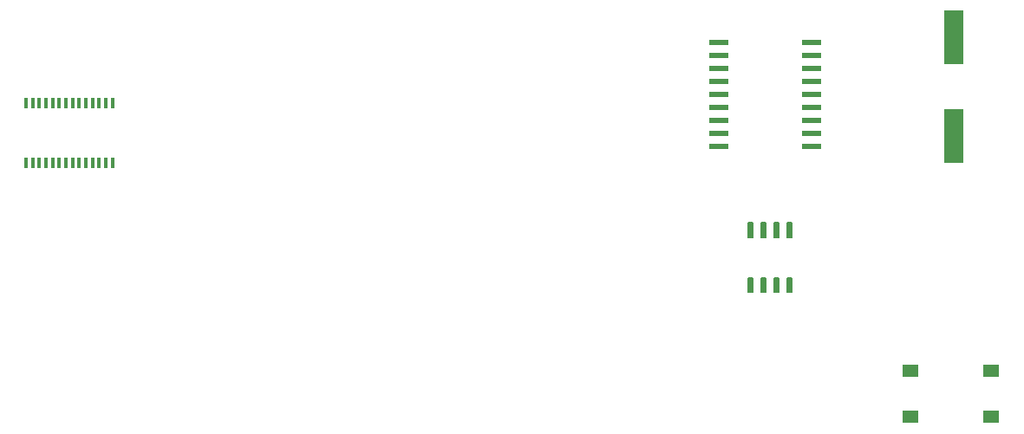
<source format=gbr>
G04 EAGLE Gerber RS-274X export*
G75*
%MOMM*%
%FSLAX34Y34*%
%LPD*%
%INSolderpaste Top*%
%IPPOS*%
%AMOC8*
5,1,8,0,0,1.08239X$1,22.5*%
G01*
%ADD10R,1.550000X1.300000*%
%ADD11R,0.304800X0.990600*%
%ADD12C,0.150000*%
%ADD13R,1.981200X0.558800*%
%ADD14R,1.930400X5.334000*%


D10*
X998850Y80300D03*
X1078350Y80300D03*
X998850Y35300D03*
X1078350Y35300D03*
D11*
X135550Y283622D03*
X142050Y283622D03*
X148550Y283622D03*
X155050Y283622D03*
X161550Y283622D03*
X168050Y283622D03*
X174550Y283622D03*
X181050Y283622D03*
X187550Y283622D03*
X194050Y283622D03*
X200550Y283622D03*
X207050Y283622D03*
X213550Y283622D03*
X220050Y283622D03*
X220050Y341978D03*
X213550Y341978D03*
X207050Y341978D03*
X200550Y341978D03*
X194050Y341978D03*
X187550Y341978D03*
X181050Y341978D03*
X174550Y341978D03*
X168050Y341978D03*
X161550Y341978D03*
X155050Y341978D03*
X148550Y341978D03*
X142050Y341978D03*
X135550Y341978D03*
D12*
X878900Y224850D02*
X878900Y210550D01*
X878900Y224850D02*
X883400Y224850D01*
X883400Y210550D01*
X878900Y210550D01*
X878900Y211975D02*
X883400Y211975D01*
X883400Y213400D02*
X878900Y213400D01*
X878900Y214825D02*
X883400Y214825D01*
X883400Y216250D02*
X878900Y216250D01*
X878900Y217675D02*
X883400Y217675D01*
X883400Y219100D02*
X878900Y219100D01*
X878900Y220525D02*
X883400Y220525D01*
X883400Y221950D02*
X878900Y221950D01*
X878900Y223375D02*
X883400Y223375D01*
X883400Y224800D02*
X878900Y224800D01*
X866200Y224850D02*
X866200Y210550D01*
X866200Y224850D02*
X870700Y224850D01*
X870700Y210550D01*
X866200Y210550D01*
X866200Y211975D02*
X870700Y211975D01*
X870700Y213400D02*
X866200Y213400D01*
X866200Y214825D02*
X870700Y214825D01*
X870700Y216250D02*
X866200Y216250D01*
X866200Y217675D02*
X870700Y217675D01*
X870700Y219100D02*
X866200Y219100D01*
X866200Y220525D02*
X870700Y220525D01*
X870700Y221950D02*
X866200Y221950D01*
X866200Y223375D02*
X870700Y223375D01*
X870700Y224800D02*
X866200Y224800D01*
X853500Y224850D02*
X853500Y210550D01*
X853500Y224850D02*
X858000Y224850D01*
X858000Y210550D01*
X853500Y210550D01*
X853500Y211975D02*
X858000Y211975D01*
X858000Y213400D02*
X853500Y213400D01*
X853500Y214825D02*
X858000Y214825D01*
X858000Y216250D02*
X853500Y216250D01*
X853500Y217675D02*
X858000Y217675D01*
X858000Y219100D02*
X853500Y219100D01*
X853500Y220525D02*
X858000Y220525D01*
X858000Y221950D02*
X853500Y221950D01*
X853500Y223375D02*
X858000Y223375D01*
X858000Y224800D02*
X853500Y224800D01*
X840800Y224850D02*
X840800Y210550D01*
X840800Y224850D02*
X845300Y224850D01*
X845300Y210550D01*
X840800Y210550D01*
X840800Y211975D02*
X845300Y211975D01*
X845300Y213400D02*
X840800Y213400D01*
X840800Y214825D02*
X845300Y214825D01*
X845300Y216250D02*
X840800Y216250D01*
X840800Y217675D02*
X845300Y217675D01*
X845300Y219100D02*
X840800Y219100D01*
X840800Y220525D02*
X845300Y220525D01*
X845300Y221950D02*
X840800Y221950D01*
X840800Y223375D02*
X845300Y223375D01*
X845300Y224800D02*
X840800Y224800D01*
X840800Y171450D02*
X840800Y157150D01*
X840800Y171450D02*
X845300Y171450D01*
X845300Y157150D01*
X840800Y157150D01*
X840800Y158575D02*
X845300Y158575D01*
X845300Y160000D02*
X840800Y160000D01*
X840800Y161425D02*
X845300Y161425D01*
X845300Y162850D02*
X840800Y162850D01*
X840800Y164275D02*
X845300Y164275D01*
X845300Y165700D02*
X840800Y165700D01*
X840800Y167125D02*
X845300Y167125D01*
X845300Y168550D02*
X840800Y168550D01*
X840800Y169975D02*
X845300Y169975D01*
X845300Y171400D02*
X840800Y171400D01*
X853500Y171450D02*
X853500Y157150D01*
X853500Y171450D02*
X858000Y171450D01*
X858000Y157150D01*
X853500Y157150D01*
X853500Y158575D02*
X858000Y158575D01*
X858000Y160000D02*
X853500Y160000D01*
X853500Y161425D02*
X858000Y161425D01*
X858000Y162850D02*
X853500Y162850D01*
X853500Y164275D02*
X858000Y164275D01*
X858000Y165700D02*
X853500Y165700D01*
X853500Y167125D02*
X858000Y167125D01*
X858000Y168550D02*
X853500Y168550D01*
X853500Y169975D02*
X858000Y169975D01*
X858000Y171400D02*
X853500Y171400D01*
X866200Y171450D02*
X866200Y157150D01*
X866200Y171450D02*
X870700Y171450D01*
X870700Y157150D01*
X866200Y157150D01*
X866200Y158575D02*
X870700Y158575D01*
X870700Y160000D02*
X866200Y160000D01*
X866200Y161425D02*
X870700Y161425D01*
X870700Y162850D02*
X866200Y162850D01*
X866200Y164275D02*
X870700Y164275D01*
X870700Y165700D02*
X866200Y165700D01*
X866200Y167125D02*
X870700Y167125D01*
X870700Y168550D02*
X866200Y168550D01*
X866200Y169975D02*
X870700Y169975D01*
X870700Y171400D02*
X866200Y171400D01*
X878900Y171450D02*
X878900Y157150D01*
X878900Y171450D02*
X883400Y171450D01*
X883400Y157150D01*
X878900Y157150D01*
X878900Y158575D02*
X883400Y158575D01*
X883400Y160000D02*
X878900Y160000D01*
X878900Y161425D02*
X883400Y161425D01*
X883400Y162850D02*
X878900Y162850D01*
X878900Y164275D02*
X883400Y164275D01*
X883400Y165700D02*
X878900Y165700D01*
X878900Y167125D02*
X883400Y167125D01*
X883400Y168550D02*
X878900Y168550D01*
X878900Y169975D02*
X883400Y169975D01*
X883400Y171400D02*
X878900Y171400D01*
D13*
X812088Y401400D03*
X812088Y388700D03*
X812088Y376000D03*
X812088Y363300D03*
X812088Y350600D03*
X812088Y337900D03*
X812088Y325200D03*
X812088Y312500D03*
X812088Y299800D03*
X902512Y299800D03*
X902512Y312500D03*
X902512Y325200D03*
X902512Y337900D03*
X902512Y350600D03*
X902512Y363300D03*
X902512Y376000D03*
X902512Y388700D03*
X902512Y401400D03*
D14*
X1041800Y406460D03*
X1041800Y309940D03*
M02*

</source>
